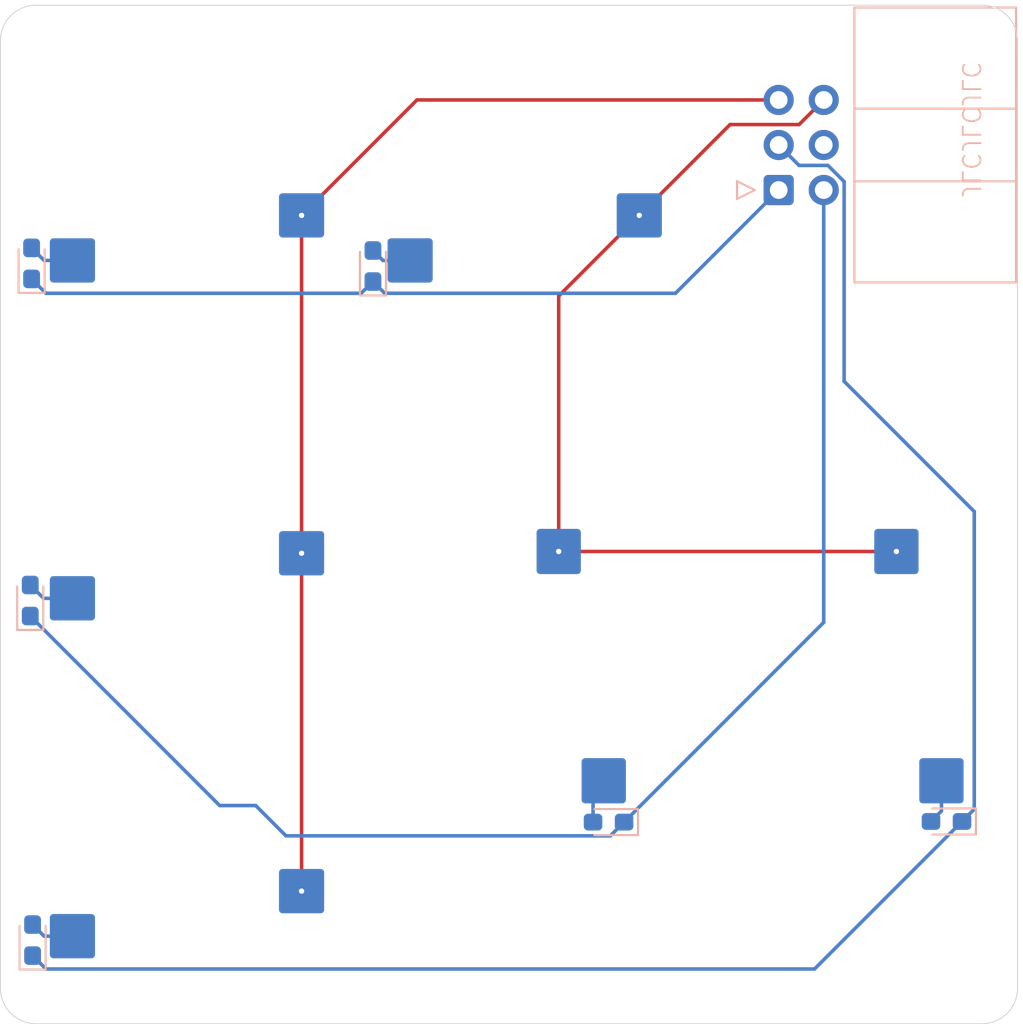
<source format=kicad_pcb>
(kicad_pcb (version 20241229) (generator "pcbnew") (generator_version "9.0")
  (layers (0 "F.Cu" signal) (4 "In1.Cu" signal) (6 "In2.Cu" signal) (2 "B.Cu" signal) (13 "F.Paste" user) (15 "B.Paste" user) (5 "F.SilkS" user "F.Silkscreen") (7 "B.SilkS" user "B.Silkscreen") (1 "F.Mask" user) (3 "B.Mask" user) (25 "Edge.Cuts" user))
  (net 0 "")
  (net 1 "Net-(D37-A)")
  (net 2 "Net-(D38-A)")
  (net 3 "Net-(D39-A)")
  (net 4 "Net-(D40-A)")
  (net 5 "Net-(D41-A)")
  (net 6 "Net-(D42-A)")
  (net 7 "C_ROW0")
  (net 8 "C_ROW1")
  (net 9 "C_ROW2")
  (net 10 "C_COL6")
  (net 11 "C_COL5")
  (footprint "MX_Hotswap:MX-Hotswap-2U" (layer "B.Cu") (at 241.19502 173.545516 90)
    (property "Reference" "SW40")
    (property "Value" "MX HotSwap")
    (pad "" np_thru_hole circle (at -11.938 -8.255 90) (size 3.9878 3.9878) (drill 3.9878) (layers "*.Cu" "*.Mask"))
    (pad "" np_thru_hole circle (at -11.938 6.985 90) (size 3.048 3.048) (drill 3.048) (layers "*.Cu" "*.Mask"))
    (pad "" np_thru_hole circle (at -5.08 0 138.099) (size 1.7018 1.7018) (drill 1.7018) (layers "*.Cu" "*.Mask"))
    (pad "" np_thru_hole circle (at -2.54 5.08 90) (size 3 3) (drill 3) (layers "*.Cu" "*.Mask"))
    (pad "" np_thru_hole circle (at 0 0 90) (size 3.9878 3.9878) (drill 3.9878) (layers "*.Cu" "*.Mask"))
    (pad "" np_thru_hole circle (at 3.81 2.540001 90) (size 3 3) (drill 3) (layers "*.Cu" "*.Mask"))
    (pad "" np_thru_hole circle (at 5.08 0 138.099) (size 1.7018 1.7018) (drill 1.7018) (layers "*.Cu" "*.Mask"))
    (pad "" np_thru_hole circle (at 11.938 -8.255 90) (size 3.9878 3.9878) (drill 3.9878) (layers "*.Cu" "*.Mask"))
    (pad "" np_thru_hole circle (at 11.938 6.984999 90) (size 3.048 3.048) (drill 3.048) (layers "*.Cu" "*.Mask"))
    (pad "1" smd roundrect (at 7.085 2.54 90) (size 2.55 2.5) (layers "B.Cu" "B.Mask" "B.Paste") (roundrect_rratio 0.08) (net 11 "C_COL5"))
    (pad "2" smd roundrect (at -5.842 5.08 90) (size 2.55 2.5) (layers "B.Cu" "B.Mask" "B.Paste") (roundrect_rratio 0.08) (net 2 "Net-(D38-A)"))
  )
  (footprint "Diode_SMD:D_0603_1608Metric_Pad1.05x0.95mm_HandSolder" (layer "B.Cu") (at 214.054964 188.371825 90)
    (property "Reference" "D42" (hide yes))
    (property "Value" "D" (hide yes))
    (fp_line (start -1.66 -0.735) (end 0.8 -0.735) (stroke (width 0.12)) (layer "B.SilkS"))
    (fp_line (start 0.8 0.735) (end -1.66 0.735) (stroke (width 0.12)) (layer "B.SilkS"))
    (fp_line (start -1.66 0.735) (end -1.66 -0.735) (stroke (width 0.12)) (layer "B.SilkS"))
    (pad "1" smd roundrect (at -0.875 0 90) (size 1.05 0.95) (layers "B.Cu" "B.Mask" "B.Paste") (net 9 "C_ROW2"))
    (pad "2" smd roundrect (at 0.875 0 90) (size 1.05 0.95) (layers "B.Cu" "B.Mask" "B.Paste") (net 6 "Net-(D42-A)"))
  )
  (footprint "Diode_SMD:D_0603_1608Metric_Pad1.05x0.95mm_HandSolder" (layer "B.Cu") (at 246.547105 181.718785 180)
    (property "Reference" "D38" (hide yes))
    (property "Value" "D" (hide yes))
    (fp_line (start 0.8 0.735) (end -1.66 0.735) (stroke (width 0.12)) (layer "B.SilkS"))
    (fp_line (start -1.66 0.735) (end -1.66 -0.735) (stroke (width 0.12)) (layer "B.SilkS"))
    (fp_line (start -1.66 -0.735) (end 0.8 -0.735) (stroke (width 0.12)) (layer "B.SilkS"))
    (pad "1" smd roundrect (at -0.875 0 180) (size 1.05 0.95) (layers "B.Cu" "B.Mask" "B.Paste") (net 8 "C_ROW1"))
    (pad "2" smd roundrect (at 0.875 0 180) (size 1.05 0.95) (layers "B.Cu" "B.Mask" "B.Paste") (net 2 "Net-(D38-A)"))
  )
  (footprint "Diode_SMD:D_0603_1608Metric_Pad1.05x0.95mm_HandSolder" (layer "B.Cu") (at 214 150.217025 90)
    (property "Reference" "D40" (hide yes))
    (property "Value" "D" (hide yes))
    (fp_line (start -1.66 -0.735) (end 0.8 -0.735) (stroke (width 0.12)) (layer "B.SilkS"))
    (fp_line (start 0.8 0.735) (end -1.66 0.735) (stroke (width 0.12)) (layer "B.SilkS"))
    (fp_line (start -1.66 0.735) (end -1.66 -0.735) (stroke (width 0.12)) (layer "B.SilkS"))
    (pad "1" smd roundrect (at -0.875 0 90) (size 1.05 0.95) (layers "B.Cu" "B.Mask" "B.Paste") (net 7 "C_ROW0"))
    (pad "2" smd roundrect (at 0.875 0 90) (size 1.05 0.95) (layers "B.Cu" "B.Mask" "B.Paste") (net 4 "Net-(D40-A)"))
  )
  (footprint "MX_Hotswap:MX-Hotswap-2U" (layer "B.Cu") (at 260.24502 173.545516 90)
    (property "Reference" "SW41")
    (property "Value" "MX HotSwap")
    (pad "" np_thru_hole circle (at -11.938 -8.255 90) (size 3.9878 3.9878) (drill 3.9878) (layers "*.Cu" "*.Mask"))
    (pad "" np_thru_hole circle (at -11.938 6.985 90) (size 3.048 3.048) (drill 3.048) (layers "*.Cu" "*.Mask"))
    (pad "" np_thru_hole circle (at -5.08 0 138.099) (size 1.7018 1.7018) (drill 1.7018) (layers "*.Cu" "*.Mask"))
    (pad "" np_thru_hole circle (at -2.54 5.08 90) (size 3 3) (drill 3) (layers "*.Cu" "*.Mask"))
    (pad "" np_thru_hole circle (at 0 0 90) (size 3.9878 3.9878) (drill 3.9878) (layers "*.Cu" "*.Mask"))
    (pad "" np_thru_hole circle (at 3.81 2.540001 90) (size 3 3) (drill 3) (layers "*.Cu" "*.Mask"))
    (pad "" np_thru_hole circle (at 5.08 0 138.099) (size 1.7018 1.7018) (drill 1.7018) (layers "*.Cu" "*.Mask"))
    (pad "" np_thru_hole circle (at 11.938 -8.255 90) (size 3.9878 3.9878) (drill 3.9878) (layers "*.Cu" "*.Mask"))
    (pad "" np_thru_hole circle (at 11.938 6.984999 90) (size 3.048 3.048) (drill 3.048) (layers "*.Cu" "*.Mask"))
    (pad "1" smd roundrect (at 7.085 2.54 90) (size 2.55 2.5) (layers "B.Cu" "B.Mask" "B.Paste") (roundrect_rratio 0.08) (net 11 "C_COL5"))
    (pad "2" smd roundrect (at -5.842 5.08 90) (size 2.55 2.5) (layers "B.Cu" "B.Mask" "B.Paste") (roundrect_rratio 0.08) (net 3 "Net-(D39-A)"))
  )
  (footprint "MX_Hotswap:MX-Hotswap-1U" (layer "B.Cu") (at 222.14502 164.020516)
    (property "Reference" "SW43")
    (property "Value" "MX HotSwap")
    (pad "" np_thru_hole circle (at -5.08 0 48.099) (size 1.7018 1.7018) (drill 1.7018) (layers "*.Cu" "*.Mask"))
    (pad "" np_thru_hole circle (at -2.54 5.08) (size 3 3) (drill 3) (layers "*.Cu" "*.Mask"))
    (pad "" np_thru_hole circle (at 0 0) (size 3.9878 3.9878) (drill 3.9878) (layers "*.Cu" "*.Mask"))
    (pad "" np_thru_hole circle (at 3.81 2.540001) (size 3 3) (drill 3) (layers "*.Cu" "*.Mask"))
    (pad "" np_thru_hole circle (at 5.08 0 48.099) (size 1.7018 1.7018) (drill 1.7018) (layers "*.Cu" "*.Mask"))
    (pad "1" smd roundrect (at 7.085 2.54) (size 2.55 2.5) (layers "B.Cu" "B.Mask" "B.Paste") (roundrect_rratio 0.08) (net 10 "C_COL6"))
    (pad "2" smd roundrect (at -5.842 5.08) (size 2.55 2.5) (layers "B.Cu" "B.Mask" "B.Paste") (roundrect_rratio 0.08) (net 5 "Net-(D41-A)"))
  )
  (footprint "Diode_SMD:D_0603_1608Metric_Pad1.05x0.95mm_HandSolder" (layer "B.Cu") (at 213.923115 169.225194 90)
    (property "Reference" "D41" (hide yes))
    (property "Value" "D" (hide yes))
    (fp_line (start -1.66 -0.735) (end 0.8 -0.735) (stroke (width 0.12)) (layer "B.SilkS"))
    (fp_line (start 0.8 0.735) (end -1.66 0.735) (stroke (width 0.12)) (layer "B.SilkS"))
    (fp_line (start -1.66 0.735) (end -1.66 -0.735) (stroke (width 0.12)) (layer "B.SilkS"))
    (pad "1" smd roundrect (at -0.875 0 90) (size 1.05 0.95) (layers "B.Cu" "B.Mask" "B.Paste") (net 8 "C_ROW1"))
    (pad "2" smd roundrect (at 0.875 0 90) (size 1.05 0.95) (layers "B.Cu" "B.Mask" "B.Paste") (net 5 "Net-(D41-A)"))
  )
  (footprint "Diode_SMD:D_0603_1608Metric_Pad1.05x0.95mm_HandSolder" (layer "B.Cu") (at 265.611043 181.683531 180)
    (property "Reference" "D39" (hide yes))
    (property "Value" "D" (hide yes))
    (fp_line (start 0.8 0.735) (end -1.66 0.735) (stroke (width 0.12)) (layer "B.SilkS"))
    (fp_line (start -1.66 0.735) (end -1.66 -0.735) (stroke (width 0.12)) (layer "B.SilkS"))
    (fp_line (start -1.66 -0.735) (end 0.8 -0.735) (stroke (width 0.12)) (layer "B.SilkS"))
    (pad "1" smd roundrect (at -0.875 0 180) (size 1.05 0.95) (layers "B.Cu" "B.Mask" "B.Paste") (net 9 "C_ROW2"))
    (pad "2" smd roundrect (at 0.875 0 180) (size 1.05 0.95) (layers "B.Cu" "B.Mask" "B.Paste") (net 3 "Net-(D39-A)"))
  )
  (footprint "MX_Hotswap:MX-Hotswap-1U" (layer "B.Cu") (at 222.14502 183.070516)
    (property "Reference" "SW44")
    (property "Value" "MX HotSwap")
    (pad "" np_thru_hole circle (at -5.08 0 48.099) (size 1.7018 1.7018) (drill 1.7018) (layers "*.Cu" "*.Mask"))
    (pad "" np_thru_hole circle (at -2.54 5.08) (size 3 3) (drill 3) (layers "*.Cu" "*.Mask"))
    (pad "" np_thru_hole circle (at 0 0) (size 3.9878 3.9878) (drill 3.9878) (layers "*.Cu" "*.Mask"))
    (pad "" np_thru_hole circle (at 3.81 2.540001) (size 3 3) (drill 3) (layers "*.Cu" "*.Mask"))
    (pad "" np_thru_hole circle (at 5.08 0 48.099) (size 1.7018 1.7018) (drill 1.7018) (layers "*.Cu" "*.Mask"))
    (pad "1" smd roundrect (at 7.085 2.54) (size 2.55 2.5) (layers "B.Cu" "B.Mask" "B.Paste") (roundrect_rratio 0.08) (net 10 "C_COL6"))
    (pad "2" smd roundrect (at -5.842 5.08) (size 2.55 2.5) (layers "B.Cu" "B.Mask" "B.Paste") (roundrect_rratio 0.08) (net 6 "Net-(D42-A)"))
  )
  (footprint "MX_Hotswap:MX-Hotswap-1U" (layer "B.Cu") (at 241.19502 144.970516)
    (property "Reference" "SW39")
    (property "Value" "MX HotSwap")
    (pad "" np_thru_hole circle (at -5.08 0 48.099) (size 1.7018 1.7018) (drill 1.7018) (layers "*.Cu" "*.Mask"))
    (pad "" np_thru_hole circle (at -2.54 5.08) (size 3 3) (drill 3) (layers "*.Cu" "*.Mask"))
    (pad "" np_thru_hole circle (at 0 0) (size 3.9878 3.9878) (drill 3.9878) (layers "*.Cu" "*.Mask"))
    (pad "" np_thru_hole circle (at 3.81 2.540001) (size 3 3) (drill 3) (layers "*.Cu" "*.Mask"))
    (pad "" np_thru_hole circle (at 5.08 0 48.099) (size 1.7018 1.7018) (drill 1.7018) (layers "*.Cu" "*.Mask"))
    (pad "1" smd roundrect (at 7.085 2.54) (size 2.55 2.5) (layers "B.Cu" "B.Mask" "B.Paste") (roundrect_rratio 0.08) (net 11 "C_COL5"))
    (pad "2" smd roundrect (at -5.842 5.08) (size 2.55 2.5) (layers "B.Cu" "B.Mask" "B.Paste") (roundrect_rratio 0.08) (net 1 "Net-(D37-A)"))
  )
  (footprint "Connector_IDC:IDC-Header_2x03_P2.54mm_Horizontal" (layer "B.Cu") (at 256.144741 146.080786)
    (property "Reference" "J7" (hide yes))
    (property "Value" "CLUSTER_CONN" (hide yes))
    (fp_line (start -2.35 -0.5) (end -1.35 0) (stroke (width 0.12)) (layer "B.SilkS"))
    (fp_line (start -2.35 0.5) (end -2.35 -0.5) (stroke (width 0.12)) (layer "B.SilkS"))
    (fp_line (start -1.35 0) (end -2.35 0.5) (stroke (width 0.12)) (layer "B.SilkS"))
    (fp_line (start 4.27 -10.29) (end 4.27 5.21) (stroke (width 0.12)) (layer "B.SilkS"))
    (fp_line (start 4.27 -4.59) (end 13.39 -4.59) (stroke (width 0.12)) (layer "B.SilkS"))
    (fp_line (start 4.27 -0.49) (end 13.39 -0.49) (stroke (width 0.12)) (layer "B.SilkS"))
    (fp_line (start 4.27 5.21) (end 13.39 5.21) (stroke (width 0.12)) (layer "B.SilkS"))
    (fp_line (start 13.39 -10.29) (end 4.27 -10.29) (stroke (width 0.12)) (layer "B.SilkS"))
    (fp_line (start 13.39 5.21) (end 13.39 -10.29) (stroke (width 0.12)) (layer "B.SilkS"))
    (pad "1" thru_hole roundrect (at 0 0) (size 1.7 1.7) (drill 1) (layers "*.Cu" "*.Mask") (roundrect_rratio 0.147059) (net 7 "C_ROW0"))
    (pad "2" thru_hole circle (at 2.54 0) (size 1.7 1.7) (drill 1) (layers "*.Cu" "*.Mask") (net 8 "C_ROW1"))
    (pad "3" thru_hole circle (at 0 -2.54) (size 1.7 1.7) (drill 1) (layers "*.Cu" "*.Mask") (net 9 "C_ROW2"))
    (pad "4" thru_hole circle (at 2.54 -2.54) (size 1.7 1.7) (drill 1) (layers "*.Cu" "*.Mask"))
    (pad "5" thru_hole circle (at 0 -5.08) (size 1.7 1.7) (drill 1) (layers "*.Cu" "*.Mask") (net 10 "C_COL6"))
    (pad "6" thru_hole circle (at 2.54 -5.08) (size 1.7 1.7) (drill 1) (layers "*.Cu" "*.Mask") (net 11 "C_COL5"))
  )
  (footprint "MX_Hotswap:MX-Hotswap-1U" (layer "B.Cu") (at 222.14502 144.970516)
    (property "Reference" "SW42")
    (property "Value" "MX HotSwap")
    (pad "" np_thru_hole circle (at -5.08 0 48.099) (size 1.7018 1.7018) (drill 1.7018) (layers "*.Cu" "*.Mask"))
    (pad "" np_thru_hole circle (at -2.54 5.08) (size 3 3) (drill 3) (layers "*.Cu" "*.Mask"))
    (pad "" np_thru_hole circle (at 0 0) (size 3.9878 3.9878) (drill 3.9878) (layers "*.Cu" "*.Mask"))
    (pad "" np_thru_hole circle (at 3.81 2.540001) (size 3 3) (drill 3) (layers "*.Cu" "*.Mask"))
    (pad "" np_thru_hole circle (at 5.08 0 48.099) (size 1.7018 1.7018) (drill 1.7018) (layers "*.Cu" "*.Mask"))
    (pad "1" smd roundrect (at 7.085 2.54) (size 2.55 2.5) (layers "B.Cu" "B.Mask" "B.Paste") (roundrect_rratio 0.08) (net 10 "C_COL6"))
    (pad "2" smd roundrect (at -5.842 5.08) (size 2.55 2.5) (layers "B.Cu" "B.Mask" "B.Paste") (roundrect_rratio 0.08) (net 4 "Net-(D40-A)"))
  )
  (footprint "Diode_SMD:D_0603_1608Metric_Pad1.05x0.95mm_HandSolder" (layer "B.Cu") (at 233.255925 150.364783 90)
    (property "Reference" "D37" (hide yes))
    (property "Value" "D" (hide yes))
    (fp_line (start -1.66 -0.735) (end 0.8 -0.735) (stroke (width 0.12)) (layer "B.SilkS"))
    (fp_line (start 0.8 0.735) (end -1.66 0.735) (stroke (width 0.12)) (layer "B.SilkS"))
    (fp_line (start -1.66 0.735) (end -1.66 -0.735) (stroke (width 0.12)) (layer "B.SilkS"))
    (pad "1" smd roundrect (at -0.875 0 90) (size 1.05 0.95) (layers "B.Cu" "B.Mask" "B.Paste") (net 7 "C_ROW0"))
    (pad "2" smd roundrect (at 0.875 0 90) (size 1.05 0.95) (layers "B.Cu" "B.Mask" "B.Paste") (net 1 "Net-(D37-A)"))
  )
  (gr_arc (start 214.242241 193.085786) (mid 212.828027 192.5) (end 212.242241 191.085786) (stroke (width 0.05)) (layer "Edge.Cuts"))
  (gr_arc (start 212.242241 137.660786) (mid 212.828027 136.246572) (end 214.242241 135.660786) (stroke (width 0.05)) (layer "Edge.Cuts"))
  (gr_line (start 214.242241 135.660786) (end 267.617241 135.660786) (stroke (width 0.05)) (layer "Edge.Cuts"))
  (gr_arc (start 269.617241 191.085786) (mid 269.031455 192.5) (end 267.617241 193.085786) (stroke (width 0.05)) (layer "Edge.Cuts"))
  (gr_arc (start 267.617241 135.660786) (mid 269.031455 136.246572) (end 269.617241 137.660786) (stroke (width 0.05)) (layer "Edge.Cuts"))
  (gr_line (start 212.242241 191.085786) (end 212.242241 137.660786) (stroke (width 0.05)) (layer "Edge.Cuts"))
  (gr_line (start 267.617241 193.085786) (end 214.242241 193.085786) (stroke (width 0.05)) (layer "Edge.Cuts"))
  (gr_line (start 269.617241 137.660786) (end 269.617241 191.085786) (stroke (width 0.05)) (layer "Edge.Cuts"))
  (gr_text "JLCJLCJLC" (at 266.4 146.6 270) (layer "B.SilkS") (effects (font (size 1 1) (thickness 0.1)) (justify left bottom mirror)))
  (segment (start 235.35302 150.050516) (end 233.816658 150.050516) (width 0.2) (layer "B.Cu") (net 1))
  (segment (start 233.816658 150.050516) (end 233.255925 149.489783) (width 0.2) (layer "B.Cu") (net 1))
  (segment (start 245.672105 179.990431) (end 246.27502 179.387516) (width 0.2) (layer "B.Cu") (net 2))
  (segment (start 245.672105 181.718785) (end 245.672105 179.990431) (width 0.2) (layer "B.Cu") (net 2))
  (segment (start 265.32502 181.094554) (end 264.736043 181.683531) (width 0.2) (layer "B.Cu") (net 3))
  (segment (start 265.32502 179.387516) (end 265.32502 181.094554) (width 0.2) (layer "B.Cu") (net 3))
  (segment (start 216.30302 150.050516) (end 214.708491 150.050516) (width 0.2) (layer "B.Cu") (net 4))
  (segment (start 214.708491 150.050516) (end 214 149.342025) (width 0.2) (layer "B.Cu") (net 4))
  (segment (start 216.30302 169.100516) (end 214.673437 169.100516) (width 0.2) (layer "B.Cu") (net 5))
  (segment (start 214.673437 169.100516) (end 213.923115 168.350194) (width 0.2) (layer "B.Cu") (net 5))
  (segment (start 216.30302 188.150516) (end 214.708655 188.150516) (width 0.2) (layer "B.Cu") (net 6))
  (segment (start 214.708655 188.150516) (end 214.054964 187.496825) (width 0.2) (layer "B.Cu") (net 6))
  (segment (start 214 151.092025) (end 214.809491 151.901516) (width 0.2) (layer "B.Cu") (net 7))
  (segment (start 232.594192 151.901516) (end 233.255925 151.239783) (width 0.2) (layer "B.Cu") (net 7))
  (segment (start 250.324011 151.901516) (end 256.144741 146.080786) (width 0.2) (layer "B.Cu") (net 7))
  (segment (start 214.809491 151.901516) (end 232.594192 151.901516) (width 0.2) (layer "B.Cu") (net 7))
  (segment (start 233.917658 151.901516) (end 250.324011 151.901516) (width 0.2) (layer "B.Cu") (net 7))
  (segment (start 233.255925 151.239783) (end 233.917658 151.901516) (width 0.2) (layer "B.Cu") (net 7))
  (segment (start 228.349032 182.494785) (end 246.646105 182.494785) (width 0.2) (layer "B.Cu") (net 8))
  (segment (start 246.646105 182.494785) (end 247.422105 181.718785) (width 0.2) (layer "B.Cu") (net 8))
  (segment (start 247.422105 181.718785) (end 258.684741 170.456149) (width 0.2) (layer "B.Cu") (net 8))
  (segment (start 224.608707 180.785786) (end 226.640033 180.785786) (width 0.2) (layer "B.Cu") (net 8))
  (segment (start 226.640033 180.785786) (end 228.349032 182.494785) (width 0.2) (layer "B.Cu") (net 8))
  (segment (start 213.923115 170.100194) (end 224.608707 180.785786) (width 0.2) (layer "B.Cu") (net 8))
  (segment (start 258.684741 170.456149) (end 258.684741 146.080786) (width 0.2) (layer "B.Cu") (net 8))
  (segment (start 214.054964 189.246825) (end 214.809655 190.001516) (width 0.2) (layer "B.Cu") (net 9))
  (segment (start 266.486043 181.683531) (end 267.17602 180.993554) (width 0.2) (layer "B.Cu") (net 9))
  (segment (start 267.17602 164.205167) (end 259.835741 156.864888) (width 0.2) (layer "B.Cu") (net 9))
  (segment (start 258.923501 144.691786) (end 257.295741 144.691786) (width 0.2) (layer "B.Cu") (net 9))
  (segment (start 258.168058 190.001516) (end 266.486043 181.683531) (width 0.2) (layer "B.Cu") (net 9))
  (segment (start 257.295741 144.691786) (end 256.144741 143.540786) (width 0.2) (layer "B.Cu") (net 9))
  (segment (start 267.17602 180.993554) (end 267.17602 164.205167) (width 0.2) (layer "B.Cu") (net 9))
  (segment (start 259.835741 156.864888) (end 259.835741 145.604026) (width 0.2) (layer "B.Cu") (net 9))
  (segment (start 214.809655 190.001516) (end 258.168058 190.001516) (width 0.2) (layer "B.Cu") (net 9))
  (segment (start 259.835741 145.604026) (end 258.923501 144.691786) (width 0.2) (layer "B.Cu") (net 9))
  (segment (start 229.23002 147.510516) (end 229.23002 166.560516) (width 0.2) (layer "F.Cu") (net 10))
  (segment (start 229.23002 166.560516) (end 229.23002 185.610516) (width 0.2) (layer "F.Cu") (net 10))
  (segment (start 256.144741 141.000786) (end 235.73975 141.000786) (width 0.2) (layer "F.Cu") (net 10))
  (segment (start 235.73975 141.000786) (end 229.23002 147.510516) (width 0.2) (layer "F.Cu") (net 10))
  (via (at 229.23002 147.510516) (size 0.6) (drill 0.3) (layers "F.Cu" "B.Cu") (net 10))
  (via (at 229.23002 166.560516) (size 0.6) (drill 0.3) (layers "F.Cu" "B.Cu") (net 10))
  (via (at 229.23002 185.610516) (size 0.6) (drill 0.3) (layers "F.Cu" "B.Cu") (net 10))
  (segment (start 253.40075 142.389786) (end 257.295741 142.389786) (width 0.2) (layer "F.Cu") (net 11))
  (segment (start 248.28002 147.510516) (end 253.40075 142.389786) (width 0.2) (layer "F.Cu") (net 11))
  (segment (start 243.73502 166.460516) (end 262.78502 166.460516) (width 0.2) (layer "F.Cu") (net 11))
  (segment (start 243.73502 152.055516) (end 248.28002 147.510516) (width 0.2) (layer "F.Cu") (net 11))
  (segment (start 257.295741 142.389786) (end 258.684741 141.000786) (width 0.2) (layer "F.Cu") (net 11))
  (segment (start 243.73502 166.460516) (end 243.73502 152.055516) (width 0.2) (layer "F.Cu") (net 11))
  (via (at 248.28002 147.510516) (size 0.6) (drill 0.3) (layers "F.Cu" "B.Cu") (net 11))
  (via (at 243.73502 166.460516) (size 0.6) (drill 0.3) (layers "F.Cu" "B.Cu") (net 11))
  (via (at 262.78502 166.460516) (size 0.6) (drill 0.3) (layers "F.Cu" "B.Cu") (net 11))
)
</source>
